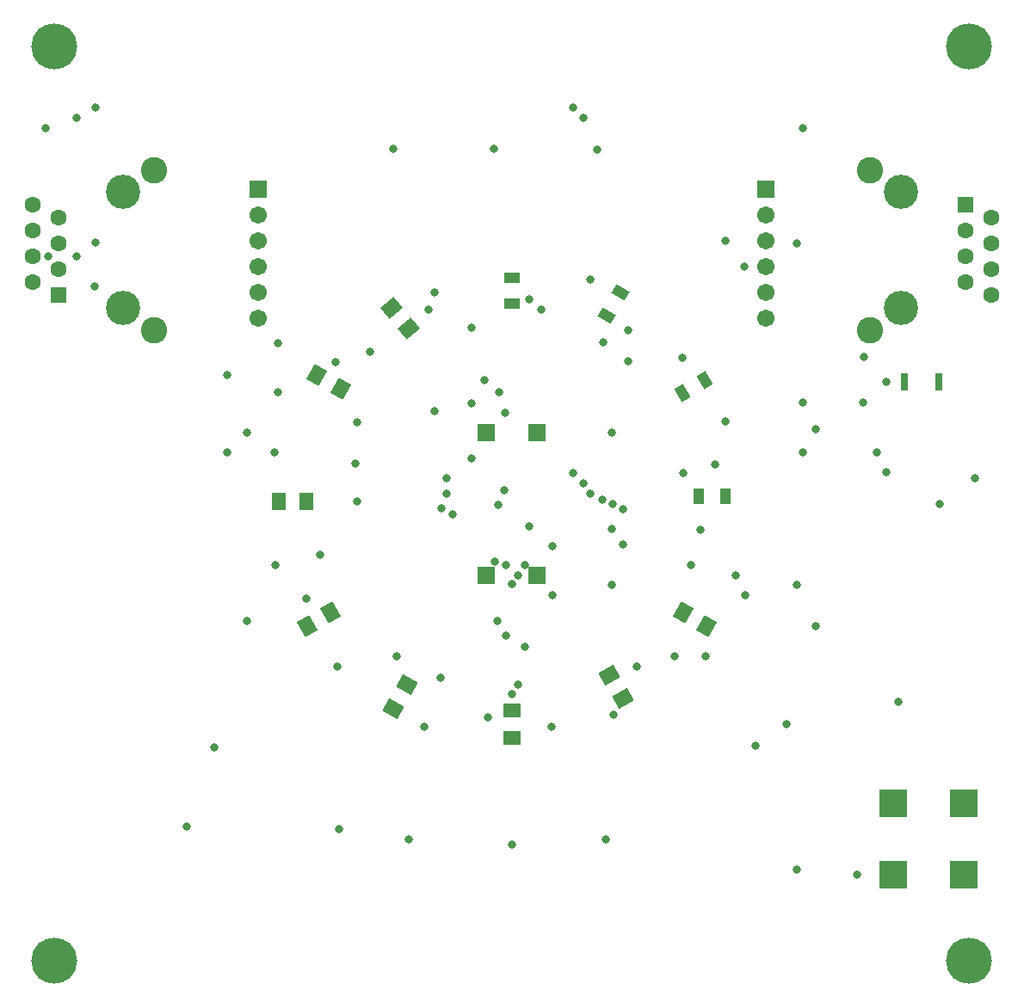
<source format=gbs>
G04*
G04 #@! TF.GenerationSoftware,Altium Limited,Altium Designer,23.9.2 (47)*
G04*
G04 Layer_Color=16711935*
%FSLAX44Y44*%
%MOMM*%
G71*
G04*
G04 #@! TF.SameCoordinates,F0651375-337A-4C3E-BB8B-75B9ACF0D411*
G04*
G04*
G04 #@! TF.FilePolarity,Negative*
G04*
G01*
G75*
%ADD44C,3.3732*%
%ADD45C,2.6032*%
%ADD46C,1.6032*%
%ADD47R,1.6032X1.6032*%
%ADD49C,1.7032*%
%ADD50R,1.7032X1.7032*%
%ADD51C,0.8032*%
G04:AMPARAMS|DCode=61|XSize=1mm|YSize=1.5mm|CornerRadius=0mm|HoleSize=0mm|Usage=FLASHONLY|Rotation=30.000|XOffset=0mm|YOffset=0mm|HoleType=Round|Shape=Rectangle|*
%AMROTATEDRECTD61*
4,1,4,-0.0580,-0.8995,-0.8080,0.3995,0.0580,0.8995,0.8080,-0.3995,-0.0580,-0.8995,0.0*
%
%ADD61ROTATEDRECTD61*%

%ADD63R,1.5000X1.0000*%
G04:AMPARAMS|DCode=65|XSize=1mm|YSize=1.5mm|CornerRadius=0mm|HoleSize=0mm|Usage=FLASHONLY|Rotation=60.000|XOffset=0mm|YOffset=0mm|HoleType=Round|Shape=Rectangle|*
%AMROTATEDRECTD65*
4,1,4,0.3995,-0.8080,-0.8995,-0.0580,-0.3995,0.8080,0.8995,0.0580,0.3995,-0.8080,0.0*
%
%ADD65ROTATEDRECTD65*%

%ADD73R,1.0000X1.5000*%
%ADD74R,0.8000X1.7000*%
%ADD76R,2.7032X2.7032*%
%ADD77R,1.8032X1.8032*%
G04:AMPARAMS|DCode=78|XSize=1.4032mm|YSize=1.7032mm|CornerRadius=0mm|HoleSize=0mm|Usage=FLASHONLY|Rotation=310.000|XOffset=0mm|YOffset=0mm|HoleType=Round|Shape=Rectangle|*
%AMROTATEDRECTD78*
4,1,4,-1.1034,-0.0099,0.2014,1.0849,1.1034,0.0099,-0.2014,-1.0849,-1.1034,-0.0099,0.0*
%
%ADD78ROTATEDRECTD78*%

G04:AMPARAMS|DCode=79|XSize=1.4032mm|YSize=1.7032mm|CornerRadius=0mm|HoleSize=0mm|Usage=FLASHONLY|Rotation=330.000|XOffset=0mm|YOffset=0mm|HoleType=Round|Shape=Rectangle|*
%AMROTATEDRECTD79*
4,1,4,-1.0334,-0.3867,-0.1818,1.0883,1.0334,0.3867,0.1818,-1.0883,-1.0334,-0.3867,0.0*
%
%ADD79ROTATEDRECTD79*%

%ADD80R,1.4032X1.7032*%
G04:AMPARAMS|DCode=81|XSize=1.4032mm|YSize=1.7032mm|CornerRadius=0mm|HoleSize=0mm|Usage=FLASHONLY|Rotation=30.000|XOffset=0mm|YOffset=0mm|HoleType=Round|Shape=Rectangle|*
%AMROTATEDRECTD81*
4,1,4,-0.1818,-1.0883,-1.0334,0.3867,0.1818,1.0883,1.0334,-0.3867,-0.1818,-1.0883,0.0*
%
%ADD81ROTATEDRECTD81*%

G04:AMPARAMS|DCode=82|XSize=1.4032mm|YSize=1.7032mm|CornerRadius=0mm|HoleSize=0mm|Usage=FLASHONLY|Rotation=60.000|XOffset=0mm|YOffset=0mm|HoleType=Round|Shape=Rectangle|*
%AMROTATEDRECTD82*
4,1,4,0.3867,-1.0334,-1.0883,-0.1818,-0.3867,1.0334,1.0883,0.1818,0.3867,-1.0334,0.0*
%
%ADD82ROTATEDRECTD82*%

%ADD83R,1.7032X1.4032*%
G04:AMPARAMS|DCode=84|XSize=1.4032mm|YSize=1.7032mm|CornerRadius=0mm|HoleSize=0mm|Usage=FLASHONLY|Rotation=300.000|XOffset=0mm|YOffset=0mm|HoleType=Round|Shape=Rectangle|*
%AMROTATEDRECTD84*
4,1,4,-1.0883,0.1818,0.3867,1.0334,1.0883,-0.1818,-0.3867,-1.0334,-1.0883,0.1818,0.0*
%
%ADD84ROTATEDRECTD84*%

%ADD85C,4.5212*%
D44*
X882750Y692850D02*
D03*
Y807150D02*
D03*
X117250D02*
D03*
Y692850D02*
D03*
D45*
X852250Y671250D02*
D03*
Y828750D02*
D03*
X147750D02*
D03*
Y671250D02*
D03*
D46*
X971650Y705550D02*
D03*
X946250Y718250D02*
D03*
X971650Y730950D02*
D03*
X946250Y743650D02*
D03*
X971650Y756350D02*
D03*
X946250Y769050D02*
D03*
X971650Y781750D02*
D03*
X28350Y794450D02*
D03*
X53750Y781750D02*
D03*
X28350Y769050D02*
D03*
X53750Y756350D02*
D03*
X28350Y743650D02*
D03*
X53750Y730950D02*
D03*
X28350Y718250D02*
D03*
D47*
X946250Y794450D02*
D03*
X53750Y705550D02*
D03*
D49*
X250000Y683000D02*
D03*
Y784600D02*
D03*
Y708400D02*
D03*
Y733800D02*
D03*
Y759200D02*
D03*
X750000D02*
D03*
Y733800D02*
D03*
Y708400D02*
D03*
Y784600D02*
D03*
Y683000D02*
D03*
D50*
X250000Y810000D02*
D03*
X750000D02*
D03*
D51*
X493387Y590000D02*
D03*
X492790Y513245D02*
D03*
X326601Y640000D02*
D03*
X486193Y498918D02*
D03*
X487387Y610000D02*
D03*
X435500Y510000D02*
D03*
Y525134D02*
D03*
X441500Y490000D02*
D03*
X859355Y550500D02*
D03*
X311707Y449761D02*
D03*
X43933Y743650D02*
D03*
X473181Y622000D02*
D03*
X460000Y544500D02*
D03*
Y598806D02*
D03*
X476817Y290000D02*
D03*
X460000Y673564D02*
D03*
X423703Y708400D02*
D03*
X424000Y591194D02*
D03*
X418000Y691000D02*
D03*
X517465Y701193D02*
D03*
X614712Y640500D02*
D03*
X676000Y440152D02*
D03*
X623218Y340000D02*
D03*
X690941Y350365D02*
D03*
X517465Y477500D02*
D03*
X483422Y443000D02*
D03*
X798601Y573399D02*
D03*
Y380000D02*
D03*
X780000Y420000D02*
D03*
X700000Y539000D02*
D03*
X710000Y581000D02*
D03*
X786000Y600000D02*
D03*
X710000Y759050D02*
D03*
X512487Y440152D02*
D03*
X921053Y500000D02*
D03*
X538806Y280500D02*
D03*
X780000Y756350D02*
D03*
X840000Y135000D02*
D03*
X669000Y530000D02*
D03*
X529256Y691000D02*
D03*
X413470Y280500D02*
D03*
X207296Y260000D02*
D03*
X180000Y182000D02*
D03*
X330000Y180000D02*
D03*
X328000Y340000D02*
D03*
X347500Y502500D02*
D03*
X346306Y540000D02*
D03*
X347500Y580000D02*
D03*
X266343Y551000D02*
D03*
X267351Y440116D02*
D03*
X41474Y870000D02*
D03*
X786000D02*
D03*
X71792Y743650D02*
D03*
X89426Y714390D02*
D03*
X955569Y525431D02*
D03*
X770000Y283000D02*
D03*
X740000Y261874D02*
D03*
X780000Y140000D02*
D03*
X729281Y410000D02*
D03*
X720000Y430000D02*
D03*
X846000Y644860D02*
D03*
X667483Y643899D02*
D03*
X845145Y599403D02*
D03*
X786000Y550800D02*
D03*
X868109Y620000D02*
D03*
Y531500D02*
D03*
X685193Y474857D02*
D03*
X660000Y350000D02*
D03*
X670000Y397843D02*
D03*
X880000Y304874D02*
D03*
X500000Y164913D02*
D03*
X592593Y170000D02*
D03*
X600000Y292500D02*
D03*
X430000Y329147D02*
D03*
X430500Y496000D02*
D03*
X614712Y671250D02*
D03*
X584000Y849008D02*
D03*
X482346Y850000D02*
D03*
X383581D02*
D03*
X308309Y626750D02*
D03*
X220000Y626843D02*
D03*
Y550500D02*
D03*
X270000Y610000D02*
D03*
X360000Y650000D02*
D03*
X300000Y505000D02*
D03*
X270750Y502500D02*
D03*
X239500Y570000D02*
D03*
X239619Y384343D02*
D03*
X297750Y406601D02*
D03*
X398884Y170000D02*
D03*
X386807Y350000D02*
D03*
X485744Y384343D02*
D03*
X494000Y370000D02*
D03*
X506000Y430000D02*
D03*
X270000Y657957D02*
D03*
X512807Y359500D02*
D03*
X494000Y440000D02*
D03*
X500000Y312546D02*
D03*
Y421194D02*
D03*
X506000Y321691D02*
D03*
X728928Y733469D02*
D03*
X540000Y410000D02*
D03*
Y458806D02*
D03*
X609718Y460000D02*
D03*
X598307Y475000D02*
D03*
X598593Y420000D02*
D03*
X609625Y494913D02*
D03*
X598593Y570000D02*
D03*
X599500Y500000D02*
D03*
X588806Y504000D02*
D03*
X577500Y510000D02*
D03*
X590000Y659015D02*
D03*
X577500Y720673D02*
D03*
X570000Y520411D02*
D03*
X560000Y530000D02*
D03*
X90000Y757667D02*
D03*
Y890000D02*
D03*
X560000D02*
D03*
X71792Y880000D02*
D03*
X570000D02*
D03*
D61*
X690000Y622000D02*
D03*
X667483Y609000D02*
D03*
D63*
X500000Y697000D02*
D03*
Y723000D02*
D03*
D65*
X593500Y685742D02*
D03*
X606500Y708258D02*
D03*
D73*
X710000Y507500D02*
D03*
X684000D02*
D03*
D74*
X886000Y620000D02*
D03*
X920000D02*
D03*
D76*
X945000Y135000D02*
D03*
Y205000D02*
D03*
X875000D02*
D03*
Y135000D02*
D03*
D77*
X475000Y570000D02*
D03*
Y430000D02*
D03*
X525000Y570000D02*
D03*
Y430000D02*
D03*
D78*
X398678Y672658D02*
D03*
X381322Y693342D02*
D03*
D79*
X331691Y613250D02*
D03*
X308309Y626750D02*
D03*
X668309Y393250D02*
D03*
X691691Y379750D02*
D03*
D80*
X297750Y502500D02*
D03*
X270750D02*
D03*
D81*
X321691Y393250D02*
D03*
X298309Y379750D02*
D03*
D82*
X383250Y298309D02*
D03*
X396750Y321691D02*
D03*
D83*
X500000Y270000D02*
D03*
Y297000D02*
D03*
D84*
X596125Y331691D02*
D03*
X609625Y308309D02*
D03*
D85*
X950000Y50000D02*
D03*
Y950000D02*
D03*
X50000Y50000D02*
D03*
Y950000D02*
D03*
M02*

</source>
